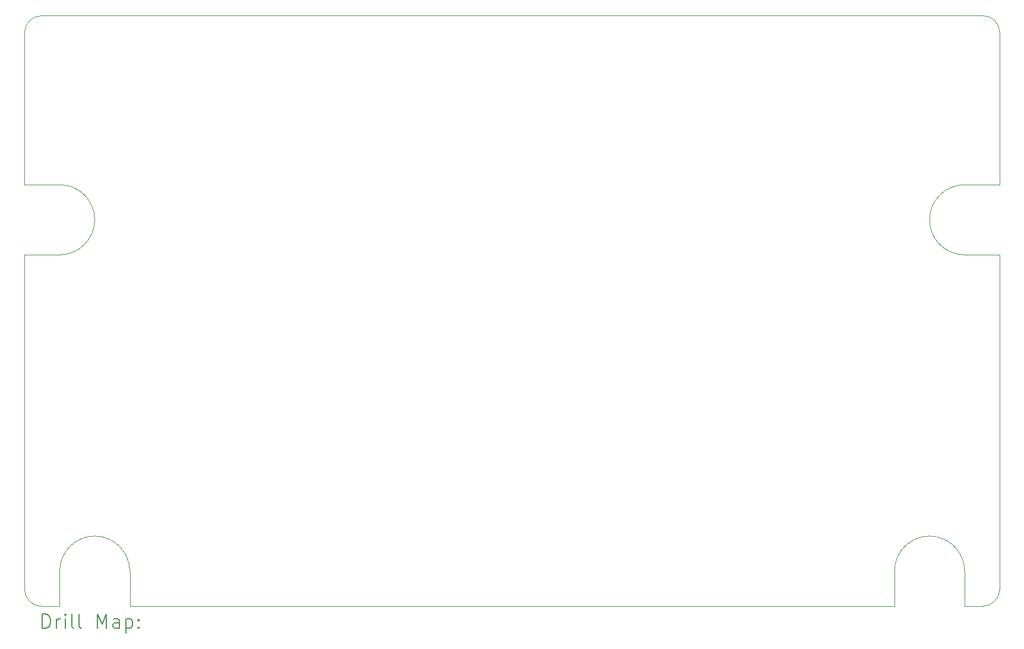
<source format=gbr>
%FSLAX45Y45*%
G04 Gerber Fmt 4.5, Leading zero omitted, Abs format (unit mm)*
G04 Created by KiCad (PCBNEW (6.0.4)) date 2022-06-22 13:50:20*
%MOMM*%
%LPD*%
G01*
G04 APERTURE LIST*
%TA.AperFunction,Profile*%
%ADD10C,0.050000*%
%TD*%
%ADD11C,0.200000*%
G04 APERTURE END LIST*
D10*
X7000000Y-14270000D02*
X7000000Y-9500000D01*
X7000000Y-8500000D02*
X7000000Y-6329706D01*
X20900000Y-9500000D02*
X20900000Y-14270000D01*
X19400000Y-14510000D02*
X8500000Y-14510000D01*
X7500000Y-14510000D02*
X7240000Y-14510000D01*
X20400000Y-9500000D02*
X20900000Y-9500000D01*
X20400000Y-8500000D02*
G75*
G03*
X20400000Y-9500000I0J-500000D01*
G01*
X20400000Y-14010000D02*
X20400000Y-14510000D01*
X7500000Y-9500000D02*
G75*
G03*
X7500000Y-8500000I0J500000D01*
G01*
X20400000Y-8500000D02*
X20900000Y-8500000D01*
X20900004Y-6329706D02*
G75*
G03*
X20660000Y-6089706I-240004J-4D01*
G01*
X7240000Y-6089706D02*
G75*
G03*
X7000000Y-6329706I0J-240000D01*
G01*
X7500000Y-14010000D02*
X7500000Y-14510000D01*
X7000000Y-14270000D02*
G75*
G03*
X7240000Y-14510000I240000J0D01*
G01*
X7240000Y-6089706D02*
X20660000Y-6089706D01*
X20660000Y-14510000D02*
X20400000Y-14510000D01*
X8500000Y-14010000D02*
X8500000Y-14510000D01*
X20400000Y-14010000D02*
G75*
G03*
X19400000Y-14010000I-500000J0D01*
G01*
X8500000Y-14010000D02*
G75*
G03*
X7500000Y-14010000I-500000J0D01*
G01*
X7500000Y-8500000D02*
X7000000Y-8500000D01*
X20660000Y-14510000D02*
G75*
G03*
X20900000Y-14270000I0J240000D01*
G01*
X20900000Y-6329706D02*
X20900000Y-8500000D01*
X19400000Y-14010000D02*
X19400000Y-14510000D01*
X7500000Y-9500000D02*
X7000000Y-9500000D01*
D11*
X7255119Y-14822976D02*
X7255119Y-14622976D01*
X7302738Y-14622976D01*
X7331309Y-14632500D01*
X7350357Y-14651548D01*
X7359881Y-14670595D01*
X7369405Y-14708690D01*
X7369405Y-14737262D01*
X7359881Y-14775357D01*
X7350357Y-14794405D01*
X7331309Y-14813452D01*
X7302738Y-14822976D01*
X7255119Y-14822976D01*
X7455119Y-14822976D02*
X7455119Y-14689643D01*
X7455119Y-14727738D02*
X7464643Y-14708690D01*
X7474167Y-14699167D01*
X7493214Y-14689643D01*
X7512262Y-14689643D01*
X7578928Y-14822976D02*
X7578928Y-14689643D01*
X7578928Y-14622976D02*
X7569405Y-14632500D01*
X7578928Y-14642024D01*
X7588452Y-14632500D01*
X7578928Y-14622976D01*
X7578928Y-14642024D01*
X7702738Y-14822976D02*
X7683690Y-14813452D01*
X7674167Y-14794405D01*
X7674167Y-14622976D01*
X7807500Y-14822976D02*
X7788452Y-14813452D01*
X7778928Y-14794405D01*
X7778928Y-14622976D01*
X8036071Y-14822976D02*
X8036071Y-14622976D01*
X8102738Y-14765833D01*
X8169405Y-14622976D01*
X8169405Y-14822976D01*
X8350357Y-14822976D02*
X8350357Y-14718214D01*
X8340833Y-14699167D01*
X8321786Y-14689643D01*
X8283690Y-14689643D01*
X8264643Y-14699167D01*
X8350357Y-14813452D02*
X8331309Y-14822976D01*
X8283690Y-14822976D01*
X8264643Y-14813452D01*
X8255119Y-14794405D01*
X8255119Y-14775357D01*
X8264643Y-14756309D01*
X8283690Y-14746786D01*
X8331309Y-14746786D01*
X8350357Y-14737262D01*
X8445595Y-14689643D02*
X8445595Y-14889643D01*
X8445595Y-14699167D02*
X8464643Y-14689643D01*
X8502738Y-14689643D01*
X8521786Y-14699167D01*
X8531310Y-14708690D01*
X8540833Y-14727738D01*
X8540833Y-14784881D01*
X8531310Y-14803928D01*
X8521786Y-14813452D01*
X8502738Y-14822976D01*
X8464643Y-14822976D01*
X8445595Y-14813452D01*
X8626548Y-14803928D02*
X8636071Y-14813452D01*
X8626548Y-14822976D01*
X8617024Y-14813452D01*
X8626548Y-14803928D01*
X8626548Y-14822976D01*
X8626548Y-14699167D02*
X8636071Y-14708690D01*
X8626548Y-14718214D01*
X8617024Y-14708690D01*
X8626548Y-14699167D01*
X8626548Y-14718214D01*
M02*

</source>
